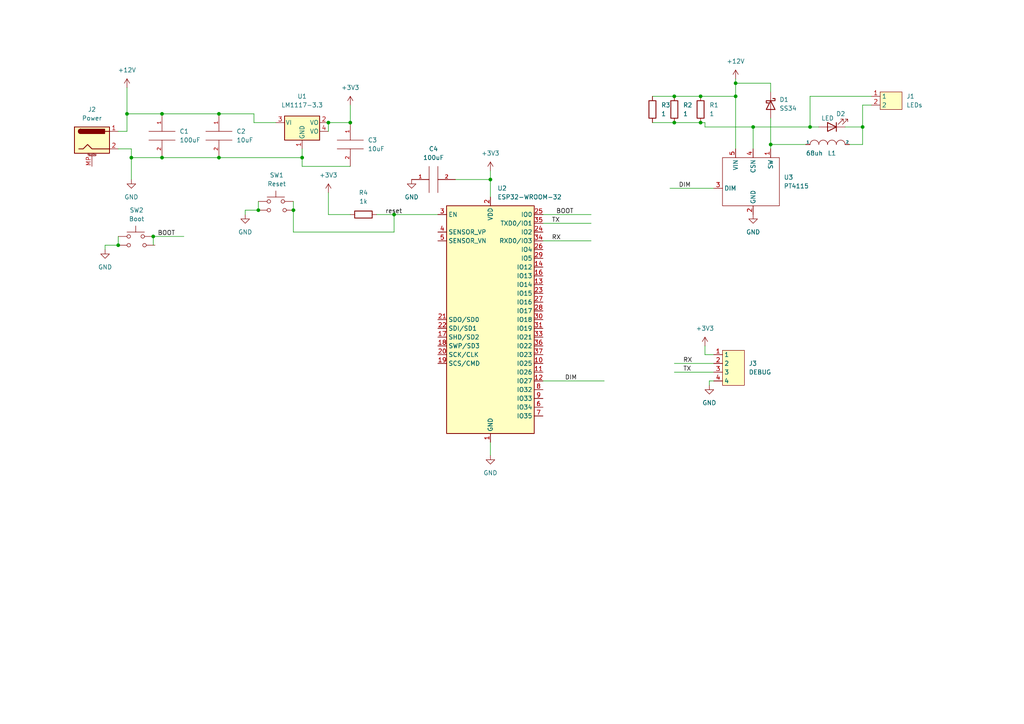
<source format=kicad_sch>
(kicad_sch (version 20211123) (generator eeschema)
  (paper "A4")
  (lib_symbols
    (symbol "Connector:Barrel_Jack_MountingPin" (pin_names hide)
      (property "Reference" "J" (at 0 5.334 0))
      (property "Value" "Barrel_Jack_MountingPin" (at 1.27 -6.35 0))
      (symbol "Barrel_Jack_MountingPin_0_1"
        (rectangle (start -5.08 3.81) (end 5.08 -3.81) (stroke (width 0.254)) (fill (type background)))
        (arc (start -3.302 3.175) (mid -3.937 2.54) (end -3.302 1.905) (stroke (width 0.254)))
        (arc (start -3.302 3.175) (mid -3.937 2.54) (end -3.302 1.905) (stroke (width 0.254)) (fill (type outline)))
        (polyline (pts (xy 5.08 2.54) (xy 3.81 2.54)) (stroke (width 0.254)))
        (polyline (pts (xy -3.81 -2.54) (xy -2.54 -2.54) (xy -1.27 -1.27) (xy 0 -2.54) (xy 2.54 -2.54) (xy 5.08 -2.54)) (stroke (width 0.254)))
        (rectangle (start 3.683 3.175) (end -3.302 1.905) (stroke (width 0.254)) (fill (type outline)))
      )
      (symbol "Barrel_Jack_MountingPin_1_1"
        (polyline (pts (xy -1.016 -4.572) (xy 1.016 -4.572)) (stroke (width 0.1524)))
        (text "Mounting" (at 0 -4.191 0) (effects (font (size 0.381 0.381))))
        (pin passive line (at 7.62 2.54 180) (length 2.54) (name "~") (number "1"))
        (pin passive line (at 7.62 -2.54 180) (length 2.54) (name "~") (number "2"))
        (pin passive line (at 0 -7.62 90) (length 3.048) (name "MountPin") (number "MP"))
      )
    )
    (symbol "Device:LED" (pin_numbers hide) (pin_names (offset 1.016) hide)
      (property "Reference" "D" (at 0 2.54 0))
      (property "Value" "LED" (at 0 -2.54 0))
      (symbol "LED_0_1"
        (polyline (pts (xy -1.27 -1.27) (xy -1.27 1.27)) (stroke (width 0.254)))
        (polyline (pts (xy -1.27 0) (xy 1.27 0)))
        (polyline (pts (xy 1.27 -1.27) (xy 1.27 1.27) (xy -1.27 0) (xy 1.27 -1.27)) (stroke (width 0.254)))
        (polyline (pts (xy -3.048 -0.762) (xy -4.572 -2.286) (xy -3.81 -2.286) (xy -4.572 -2.286) (xy -4.572 -1.524)))
        (polyline (pts (xy -1.778 -0.762) (xy -3.302 -2.286) (xy -2.54 -2.286) (xy -3.302 -2.286) (xy -3.302 -1.524)))
      )
      (symbol "LED_1_1"
        (pin passive line (at -3.81 0 0) (length 2.54) (name "K") (number "1"))
        (pin passive line (at 3.81 0 180) (length 2.54) (name "A") (number "2"))
      )
    )
    (symbol "Device:R" (pin_numbers hide) (pin_names (offset 0))
      (property "Reference" "R" (at 2.032 0 90))
      (property "Value" "R" (at 0 0 90))
      (symbol "R_0_1"
        (rectangle (start -1.016 -2.54) (end 1.016 2.54) (stroke (width 0.254)))
      )
      (symbol "R_1_1"
        (pin passive line (at 0 3.81 270) (length 1.27) (name "~") (number "1"))
        (pin passive line (at 0 -3.81 90) (length 1.27) (name "~") (number "2"))
      )
    )
    (symbol "RF_Module:ESP32-WROOM-32"
      (property "Reference" "U" (at -12.7 34.29 0))
      (property "Value" "ESP32-WROOM-32" (at 1.27 34.29 0))
      (symbol "ESP32-WROOM-32_0_1"
        (rectangle (start -12.7 33.02) (end 12.7 -33.02) (stroke (width 0.254)) (fill (type background)))
      )
      (symbol "ESP32-WROOM-32_1_1"
        (pin power_in line (at 0 -35.56 90) (length 2.54) (name "GND") (number "1"))
        (pin bidirectional line (at 15.24 -12.7 180) (length 2.54) (name "IO25") (number "10"))
        (pin bidirectional line (at 15.24 -15.24 180) (length 2.54) (name "IO26") (number "11"))
        (pin bidirectional line (at 15.24 -17.78 180) (length 2.54) (name "IO27") (number "12"))
        (pin bidirectional line (at 15.24 10.16 180) (length 2.54) (name "IO14") (number "13"))
        (pin bidirectional line (at 15.24 15.24 180) (length 2.54) (name "IO12") (number "14"))
        (pin passive line (at 0 -35.56 90) (length 2.54) hide (name "GND") (number "15"))
        (pin bidirectional line (at 15.24 12.7 180) (length 2.54) (name "IO13") (number "16"))
        (pin bidirectional line (at -15.24 -5.08 0) (length 2.54) (name "SHD/SD2") (number "17"))
        (pin bidirectional line (at -15.24 -7.62 0) (length 2.54) (name "SWP/SD3") (number "18"))
        (pin bidirectional line (at -15.24 -12.7 0) (length 2.54) (name "SCS/CMD") (number "19"))
        (pin power_in line (at 0 35.56 270) (length 2.54) (name "VDD") (number "2"))
        (pin bidirectional line (at -15.24 -10.16 0) (length 2.54) (name "SCK/CLK") (number "20"))
        (pin bidirectional line (at -15.24 0 0) (length 2.54) (name "SDO/SD0") (number "21"))
        (pin bidirectional line (at -15.24 -2.54 0) (length 2.54) (name "SDI/SD1") (number "22"))
        (pin bidirectional line (at 15.24 7.62 180) (length 2.54) (name "IO15") (number "23"))
        (pin bidirectional line (at 15.24 25.4 180) (length 2.54) (name "IO2") (number "24"))
        (pin bidirectional line (at 15.24 30.48 180) (length 2.54) (name "IO0") (number "25"))
        (pin bidirectional line (at 15.24 20.32 180) (length 2.54) (name "IO4") (number "26"))
        (pin bidirectional line (at 15.24 5.08 180) (length 2.54) (name "IO16") (number "27"))
        (pin bidirectional line (at 15.24 2.54 180) (length 2.54) (name "IO17") (number "28"))
        (pin bidirectional line (at 15.24 17.78 180) (length 2.54) (name "IO5") (number "29"))
        (pin input line (at -15.24 30.48 0) (length 2.54) (name "EN") (number "3"))
        (pin bidirectional line (at 15.24 0 180) (length 2.54) (name "IO18") (number "30"))
        (pin bidirectional line (at 15.24 -2.54 180) (length 2.54) (name "IO19") (number "31"))
        (pin no_connect line (at -12.7 -27.94 0) (length 2.54) hide (name "NC") (number "32"))
        (pin bidirectional line (at 15.24 -5.08 180) (length 2.54) (name "IO21") (number "33"))
        (pin bidirectional line (at 15.24 22.86 180) (length 2.54) (name "RXD0/IO3") (number "34"))
        (pin bidirectional line (at 15.24 27.94 180) (length 2.54) (name "TXD0/IO1") (number "35"))
        (pin bidirectional line (at 15.24 -7.62 180) (length 2.54) (name "IO22") (number "36"))
        (pin bidirectional line (at 15.24 -10.16 180) (length 2.54) (name "IO23") (number "37"))
        (pin passive line (at 0 -35.56 90) (length 2.54) hide (name "GND") (number "38"))
        (pin passive line (at 0 -35.56 90) (length 2.54) hide (name "GND") (number "39"))
        (pin input line (at -15.24 25.4 0) (length 2.54) (name "SENSOR_VP") (number "4"))
        (pin input line (at -15.24 22.86 0) (length 2.54) (name "SENSOR_VN") (number "5"))
        (pin input line (at 15.24 -25.4 180) (length 2.54) (name "IO34") (number "6"))
        (pin input line (at 15.24 -27.94 180) (length 2.54) (name "IO35") (number "7"))
        (pin bidirectional line (at 15.24 -20.32 180) (length 2.54) (name "IO32") (number "8"))
        (pin bidirectional line (at 15.24 -22.86 180) (length 2.54) (name "IO33") (number "9"))
      )
    )
    (symbol "custom:ButtonSMD" (pin_numbers hide) (pin_names (offset 1.016) hide)
      (property "Reference" "SW" (at 1.27 2.54 0))
      (property "Value" "ButtonSMD" (at 0 -1.524 0))
      (symbol "ButtonSMD_0_1"
        (circle (center -2.032 -2.54) (radius 0.508))
        (circle (center -2.032 0) (radius 0.508))
        (polyline (pts (xy 0 1.27) (xy 0 3.048)))
        (polyline (pts (xy 2.54 1.27) (xy -2.54 1.27)))
        (circle (center 2.032 0) (radius 0.508))
        (circle (center 2.54 -2.54) (radius 0.508))
        (pin passive line (at -5.08 0 0) (length 2.54) (name "1") (number "1"))
        (pin passive line (at 5.08 0 180) (length 2.54) (name "2") (number "2"))
        (pin passive line (at -5.08 -2.54 0) (length 2.54) (name "1") (number "3"))
        (pin passive line (at 5.588 -2.54 180) (length 2.54) (name "2") (number "4"))
      )
    )
    (symbol "custom:LM1117-3.3" (pin_names (offset 0.254))
      (property "Reference" "U2" (at 0 7.62 0))
      (property "Value" "LM1117-3.3" (at 0 5.08 0))
      (symbol "LM1117-3.3_0_0"
        (pin passive line (at 7.62 -2.54 180) (length 2.54) (name "VO") (number "4"))
      )
      (symbol "LM1117-3.3_0_1"
        (rectangle (start -5.08 -5.08) (end 5.08 1.905) (stroke (width 0.254)) (fill (type background)))
      )
      (symbol "LM1117-3.3_1_1"
        (pin power_in line (at 0 -7.62 90) (length 2.54) (name "GND") (number "1"))
        (pin power_out line (at 7.62 0 180) (length 2.54) (name "VO") (number "2"))
        (pin power_in line (at -7.62 0 0) (length 2.54) (name "VI") (number "3"))
      )
    )
    (symbol "custom:PT4115"
      (property "Reference" "U" (at 8.89 -1.27 0))
      (property "Value" "PT4115" (at 0 1.27 0))
      (symbol "PT4115_0_1"
        (rectangle (start -8.89 7.62) (end 7.62 -6.35))
      )
      (symbol "PT4115_1_1"
        (pin bidirectional line (at 5.08 10.16 270) (length 2.54) (name "SW") (number "1"))
        (pin input line (at 0 -8.89 90) (length 2.54) (name "GND") (number "2"))
        (pin input line (at -11.43 -1.27 0) (length 2.54) (name "DIM") (number "3"))
        (pin bidirectional line (at 0 10.16 270) (length 2.54) (name "CSN") (number "4"))
        (pin input line (at -5.08 10.16 270) (length 2.54) (name "VIN") (number "5"))
      )
    )
    (symbol "custom:SS34" (pin_numbers hide) (pin_names (offset 1.016) hide)
      (property "Reference" "D" (at 0 2.54 0))
      (property "Value" "SS34" (at 0 -2.54 0))
      (symbol "SS34_0_1"
        (polyline (pts (xy 1.27 0) (xy -1.27 0)))
        (polyline (pts (xy 1.27 1.27) (xy 1.27 -1.27) (xy -1.27 0) (xy 1.27 1.27)) (stroke (width 0.254)))
        (polyline (pts (xy -1.905 0.635) (xy -1.905 1.27) (xy -1.27 1.27) (xy -1.27 -1.27) (xy -0.635 -1.27) (xy -0.635 -0.635)) (stroke (width 0.254)))
      )
      (symbol "SS34_1_1"
        (pin passive line (at -3.81 0 0) (length 2.54) (name "K") (number "1"))
        (pin passive line (at 3.81 0 180) (length 2.54) (name "A") (number "2"))
      )
    )
    (symbol "custom:XH2-L"
      (property "Reference" "J" (at 1.27 7.62 0))
      (property "Value" "XH2-L" (at 0 0 0))
      (symbol "XH2-L_0_1"
        (rectangle (start 0 6.35) (end 6.35 1.27) (fill (type background)))
      )
      (symbol "XH2-L_1_1"
        (pin input line (at -2.54 5.08 0) (length 2.54) (name "1") (number "1"))
        (pin input line (at -2.54 2.54 0) (length 2.54) (name "2") (number "2"))
      )
    )
    (symbol "custom:XH4-V"
      (property "Reference" "J" (at 1.27 7.62 0))
      (property "Value" "XH4-V" (at 6.35 7.62 0))
      (symbol "XH4-V_0_1"
        (rectangle (start 0 6.35) (end 6.35 -3.81) (fill (type background)))
      )
      (symbol "XH4-V_1_1"
        (pin bidirectional line (at -2.54 5.08 0) (length 2.54) (name "1") (number "1"))
        (pin bidirectional line (at -2.54 2.54 0) (length 2.54) (name "2") (number "2"))
        (pin bidirectional line (at -2.54 0 0) (length 2.54) (name "3") (number "3"))
        (pin bidirectional line (at -2.54 -2.54 0) (length 2.54) (name "4") (number "4"))
      )
    )
    (symbol "power:+12V" (power) (pin_names (offset 0))
      (property "Value" "+12V" (at 0 3.556 0))
      (symbol "+12V_0_1"
        (polyline (pts (xy -0.762 1.27) (xy 0 2.54)))
        (polyline (pts (xy 0 0) (xy 0 2.54)))
        (polyline (pts (xy 0 2.54) (xy 0.762 1.27)))
      )
      (symbol "+12V_1_1"
        (pin power_in line (at 0 0 90) (length 0) hide (name "+12V") (number "1"))
      )
    )
    (symbol "power:+3.3V" (power) (pin_names (offset 0))
      (property "Value" "+3.3V" (at 0 3.556 0))
      (symbol "+3.3V_0_1"
        (polyline (pts (xy -0.762 1.27) (xy 0 2.54)))
        (polyline (pts (xy 0 0) (xy 0 2.54)))
        (polyline (pts (xy 0 2.54) (xy 0.762 1.27)))
      )
      (symbol "+3.3V_1_1"
        (pin power_in line (at 0 0 90) (length 0) hide (name "+3V3") (number "1"))
      )
    )
    (symbol "power:GND" (power) (pin_names (offset 0))
      (property "Value" "GND" (at 0 -3.81 0))
      (symbol "GND_0_1"
        (polyline (pts (xy 0 0) (xy 0 -1.27) (xy 1.27 -1.27) (xy 0 -2.54) (xy -1.27 -1.27) (xy 0 -1.27)))
      )
      (symbol "GND_1_1"
        (pin power_in line (at 0 0 270) (length 0) hide (name "GND") (number "1"))
      )
    )
    (symbol "pspice:CAP" (pin_names (offset 0.254))
      (property "Reference" "C" (at 2.54 3.81 90))
      (property "Value" "CAP" (at 2.54 -3.81 90))
      (symbol "CAP_0_1"
        (polyline (pts (xy -3.81 -1.27) (xy 3.81 -1.27)))
        (polyline (pts (xy -3.81 1.27) (xy 3.81 1.27)))
      )
      (symbol "CAP_1_1"
        (pin passive line (at 0 6.35 270) (length 5.08) (name "~") (number "1"))
        (pin passive line (at 0 -6.35 90) (length 5.08) (name "~") (number "2"))
      )
    )
    (symbol "pspice:INDUCTOR" (pin_numbers hide) (pin_names (offset 0))
      (property "Reference" "L" (at 0 2.54 0))
      (property "Value" "INDUCTOR" (at 0 -1.27 0))
      (symbol "INDUCTOR_0_1"
        (arc (start -2.54 0) (mid -3.81 1.27) (end -5.08 0))
        (arc (start 0 0) (mid -1.27 1.27) (end -2.54 0))
        (arc (start 2.54 0) (mid 1.27 1.27) (end 0 0))
        (arc (start 5.08 0) (mid 3.81 1.27) (end 2.54 0))
      )
      (symbol "INDUCTOR_1_1"
        (pin input line (at -6.35 0 0) (length 1.27) (name "1") (number "1"))
        (pin input line (at 6.35 0 180) (length 1.27) (name "2") (number "2"))
      )
    )
  )
  (junction (at 213.36 24.13))
  (junction (at 234.95 36.83))
  (junction (at 46.99 45.72))
  (junction (at 250.19 36.83))
  (junction (at 74.93 60.96))
  (junction (at 203.2 35.56))
  (junction (at 142.24 52.07))
  (junction (at 213.36 27.94))
  (junction (at 46.99 33.02))
  (junction (at 63.5 45.72))
  (junction (at 63.5 33.02))
  (junction (at 223.52 41.91))
  (junction (at 203.2 27.94))
  (junction (at 34.29 71.12))
  (junction (at 95.25 35.56))
  (junction (at 195.58 35.56))
  (junction (at 44.45 68.58))
  (junction (at 195.58 27.94))
  (junction (at 38.1 45.72))
  (junction (at 87.63 45.72))
  (junction (at 218.44 36.83))
  (junction (at 36.83 33.02))
  (junction (at 101.6 35.56))
  (junction (at 85.09 60.96))
  (junction (at 114.3 62.23))
  (wire (pts (xy 73.66 35.56) (xy 73.66 33.02)))
  (wire (pts (xy 95.25 55.88) (xy 95.25 62.23)))
  (wire (pts (xy 132.08 52.07) (xy 142.24 52.07)))
  (wire (pts (xy 213.36 24.13) (xy 223.52 24.13)))
  (wire (pts (xy 38.1 43.18) (xy 38.1 45.72)))
  (wire (pts (xy 34.29 38.1) (xy 36.83 38.1)))
  (wire (pts (xy 195.58 35.56) (xy 203.2 35.56)))
  (wire (pts (xy 223.52 41.91) (xy 233.68 41.91)))
  (wire (pts (xy 38.1 45.72) (xy 38.1 52.07)))
  (wire (pts (xy 218.44 36.83) (xy 218.44 43.18)))
  (wire (pts (xy 85.09 60.96) (xy 85.09 67.31)))
  (wire (pts (xy 250.19 36.83) (xy 250.19 41.91)))
  (wire (pts (xy 157.48 110.49) (xy 175.26 110.49)))
  (wire (pts (xy 87.63 48.26) (xy 87.63 45.72)))
  (wire (pts (xy 234.95 36.83) (xy 237.49 36.83)))
  (wire (pts (xy 34.29 71.12) (xy 30.48 71.12)))
  (wire (pts (xy 218.44 36.83) (xy 204.47 36.83)))
  (wire (pts (xy 205.74 110.49) (xy 205.74 111.76)))
  (wire (pts (xy 195.58 107.95) (xy 207.01 107.95)))
  (wire (pts (xy 223.52 26.67) (xy 223.52 24.13)))
  (wire (pts (xy 213.36 22.86) (xy 213.36 24.13)))
  (wire (pts (xy 80.01 35.56) (xy 73.66 35.56)))
  (wire (pts (xy 114.3 62.23) (xy 127 62.23)))
  (wire (pts (xy 250.19 41.91) (xy 246.38 41.91)))
  (wire (pts (xy 95.25 62.23) (xy 101.6 62.23)))
  (wire (pts (xy 142.24 128.27) (xy 142.24 132.08)))
  (wire (pts (xy 157.48 69.85) (xy 171.45 69.85)))
  (wire (pts (xy 101.6 48.26) (xy 87.63 48.26)))
  (wire (pts (xy 157.48 62.23) (xy 171.45 62.23)))
  (wire (pts (xy 71.12 62.23) (xy 71.12 60.96)))
  (wire (pts (xy 36.83 33.02) (xy 46.99 33.02)))
  (wire (pts (xy 44.45 68.58) (xy 44.45 71.12)))
  (wire (pts (xy 189.23 27.94) (xy 195.58 27.94)))
  (wire (pts (xy 46.99 33.02) (xy 63.5 33.02)))
  (wire (pts (xy 142.24 52.07) (xy 142.24 57.15)))
  (wire (pts (xy 204.47 102.87) (xy 204.47 100.33)))
  (wire (pts (xy 195.58 27.94) (xy 203.2 27.94)))
  (wire (pts (xy 30.48 71.12) (xy 30.48 72.39)))
  (wire (pts (xy 223.52 41.91) (xy 223.52 43.18)))
  (wire (pts (xy 36.83 38.1) (xy 36.83 33.02)))
  (wire (pts (xy 207.01 110.49) (xy 205.74 110.49)))
  (wire (pts (xy 234.95 27.94) (xy 234.95 36.83)))
  (wire (pts (xy 252.73 27.94) (xy 234.95 27.94)))
  (wire (pts (xy 34.29 68.58) (xy 34.29 71.12)))
  (wire (pts (xy 250.19 30.48) (xy 250.19 36.83)))
  (wire (pts (xy 101.6 30.48) (xy 101.6 35.56)))
  (wire (pts (xy 252.73 30.48) (xy 250.19 30.48)))
  (wire (pts (xy 95.25 35.56) (xy 95.25 38.1)))
  (wire (pts (xy 203.2 27.94) (xy 213.36 27.94)))
  (wire (pts (xy 34.29 43.18) (xy 38.1 43.18)))
  (wire (pts (xy 194.31 54.61) (xy 207.01 54.61)))
  (wire (pts (xy 85.09 58.42) (xy 85.09 60.96)))
  (wire (pts (xy 223.52 34.29) (xy 223.52 41.91)))
  (wire (pts (xy 204.47 36.83) (xy 204.47 35.56)))
  (wire (pts (xy 87.63 43.18) (xy 87.63 45.72)))
  (wire (pts (xy 85.09 60.96) (xy 85.598 60.96)))
  (wire (pts (xy 101.6 35.56) (xy 95.25 35.56)))
  (wire (pts (xy 85.09 67.31) (xy 114.3 67.31)))
  (wire (pts (xy 213.36 24.13) (xy 213.36 27.94)))
  (wire (pts (xy 195.58 105.41) (xy 207.01 105.41)))
  (wire (pts (xy 46.99 45.72) (xy 63.5 45.72)))
  (wire (pts (xy 245.11 36.83) (xy 250.19 36.83)))
  (wire (pts (xy 74.93 58.42) (xy 74.93 60.96)))
  (wire (pts (xy 207.01 102.87) (xy 204.47 102.87)))
  (wire (pts (xy 142.24 49.53) (xy 142.24 52.07)))
  (wire (pts (xy 157.48 64.77) (xy 171.45 64.77)))
  (wire (pts (xy 189.23 35.56) (xy 195.58 35.56)))
  (wire (pts (xy 218.44 36.83) (xy 234.95 36.83)))
  (wire (pts (xy 36.83 33.02) (xy 36.83 25.4)))
  (wire (pts (xy 203.2 35.56) (xy 204.47 35.56)))
  (wire (pts (xy 114.3 67.31) (xy 114.3 62.23)))
  (wire (pts (xy 109.22 62.23) (xy 114.3 62.23)))
  (wire (pts (xy 213.36 27.94) (xy 213.36 43.18)))
  (wire (pts (xy 44.45 68.58) (xy 53.34 68.58)))
  (wire (pts (xy 87.63 45.72) (xy 63.5 45.72)))
  (wire (pts (xy 38.1 45.72) (xy 46.99 45.72)))
  (wire (pts (xy 71.12 60.96) (xy 74.93 60.96)))
  (wire (pts (xy 73.66 33.02) (xy 63.5 33.02)))
  (label "TX" (at 198.12 107.95 0))
  (label "reset" (at 111.76 62.23 0))
  (label "TX" (at 160.02 64.77 0))
  (label "RX" (at 198.12 105.41 0))
  (label "RX" (at 160.02 69.85 0))
  (label "BOOT" (at 161.29 62.23 0))
  (label "DIM" (at 196.85 54.61 0))
  (label "BOOT" (at 45.72 68.58 0))
  (label "DIM" (at 163.83 110.49 0))
  (symbol (lib_id "custom:XH2-L") (at 255.27 33.02 0) (unit 1)
    (property "Reference" "J1" (at 262.89 27.9399 0) (effects (justify left)))
    (property "Value" "LEDs" (at 262.89 30.4799 0) (effects (justify left)))
    (property "Footprint" "custom:XH2-H" (effects hide))
  )
  (symbol (lib_id "power:+3.3V") (at 101.6 30.48 0) (unit 1)
    (property "Reference" "#PWR0106" (effects hide))
    (property "Value" "+3.3V" (at 101.6 25.4 0))
  )
  (symbol (lib_id "power:GND") (at 30.48 72.39 0) (unit 1)
    (property "Reference" "#PWR0103" (effects hide))
    (property "Value" "GND" (at 30.48 77.47 0))
  )
  (symbol (lib_id "pspice:CAP") (at 63.5 39.37 0) (unit 1)
    (property "Reference" "C2" (at 68.58 38.0999 0) (effects (justify left)))
    (property "Value" "10uF" (at 68.58 40.6399 0) (effects (justify left)))
    (property "Footprint" "Capacitor_SMD:C_0603_1608Metric_Pad1.08x0.95mm_HandSolder" (effects hide))
  )
  (symbol (lib_id "Device:R") (at 105.41 62.23 270) (unit 1)
    (property "Reference" "R4" (at 105.41 55.88 90))
    (property "Value" "1k" (at 105.41 58.42 90))
    (property "Footprint" "Resistor_SMD:R_0603_1608Metric_Pad0.98x0.95mm_HandSolder" (effects hide))
  )
  (symbol (lib_id "power:GND") (at 218.44 62.23 0) (unit 1)
    (property "Reference" "#PWR0105" (effects hide))
    (property "Value" "GND" (at 218.44 67.31 0))
  )
  (symbol (lib_id "Device:R") (at 189.23 31.75 0) (unit 1)
    (property "Reference" "R3" (at 191.77 30.4799 0) (effects (justify left)))
    (property "Value" "1" (at 191.77 33.0199 0) (effects (justify left)))
    (property "Footprint" "Resistor_SMD:R_0805_2012Metric_Pad1.20x1.40mm_HandSolder" (effects hide))
  )
  (symbol (lib_id "power:+12V") (at 213.36 22.86 0) (unit 1)
    (property "Reference" "#PWR0104" (effects hide))
    (property "Value" "+12V" (at 213.36 17.78 0))
  )
  (symbol (lib_id "Device:R") (at 203.2 31.75 0) (unit 1)
    (property "Reference" "R1" (at 205.74 30.48 0) (effects (justify left)))
    (property "Value" "1" (at 205.74 33.02 0) (effects (justify left)))
    (property "Footprint" "Resistor_SMD:R_0805_2012Metric_Pad1.20x1.40mm_HandSolder" (effects hide))
  )
  (symbol (lib_id "pspice:CAP") (at 125.73 52.07 90) (unit 1)
    (property "Reference" "C4" (at 125.73 43.18 90))
    (property "Value" "100uF" (at 125.73 45.72 90))
    (property "Footprint" "Capacitor_SMD:C_0603_1608Metric_Pad1.08x0.95mm_HandSolder" (effects hide))
  )
  (symbol (lib_id "custom:PT4115") (at 218.44 53.34 0) (unit 1)
    (property "Reference" "U3" (at 227.33 51.4349 0) (effects (justify left)))
    (property "Value" "PT4115" (at 227.33 53.9749 0) (effects (justify left)))
    (property "Footprint" "Package_TO_SOT_SMD:SOT-89-5_Handsoldering" (effects hide))
  )
  (symbol (lib_id "custom:LM1117-3.3") (at 87.63 35.56 0) (unit 1)
    (property "Reference" "U1" (at 87.63 27.94 0))
    (property "Value" "LM1117-3.3" (at 87.63 30.48 0))
    (property "Footprint" "Package_TO_SOT_SMD:SOT-223" (effects hide))
    (property "Datasheet" "http://www.ti.com/lit/ds/symlink/lm1117.pdf" (effects hide))
  )
  (symbol (lib_id "custom:ButtonSMD") (at 39.37 68.58 0) (unit 1)
    (property "Reference" "SW2" (at 39.624 60.96 0))
    (property "Value" "Boot" (at 39.624 63.5 0))
    (property "Footprint" "custom:ButtonSMD" (effects hide))
  )
  (symbol (lib_id "power:GND") (at 38.1 52.07 0) (unit 1)
    (property "Reference" "#PWR0101" (effects hide))
    (property "Value" "GND" (at 38.1 57.15 0))
  )
  (symbol (lib_id "custom:XH4-V") (at 209.55 107.95 0) (unit 1)
    (property "Reference" "J3" (at 217.17 105.4099 0) (effects (justify left)))
    (property "Value" "DEBUG" (at 217.17 107.9499 0) (effects (justify left)))
    (property "Footprint" "custom:XH4-V" (effects hide))
  )
  (symbol (lib_id "power:+3.3V") (at 142.24 49.53 0) (unit 1)
    (property "Reference" "#PWR0111" (effects hide))
    (property "Value" "+3.3V" (at 142.24 44.45 0))
  )
  (symbol (lib_id "power:GND") (at 142.24 132.08 0) (unit 1)
    (property "Reference" "#PWR0110" (effects hide))
    (property "Value" "GND" (at 142.24 137.16 0))
  )
  (symbol (lib_id "power:+3.3V") (at 95.25 55.88 0) (unit 1)
    (property "Reference" "#PWR0107" (effects hide))
    (property "Value" "+3.3V" (at 95.25 50.8 0))
  )
  (symbol (lib_id "power:+12V") (at 36.83 25.4 0) (unit 1)
    (property "Reference" "#PWR0102" (effects hide))
    (property "Value" "+12V" (at 36.83 20.32 0))
  )
  (symbol (lib_id "RF_Module:ESP32-WROOM-32") (at 142.24 92.71 0) (unit 1)
    (property "Reference" "U2" (at 144.2594 54.61 0) (effects (justify left)))
    (property "Value" "ESP32-WROOM-32" (at 144.2594 57.15 0) (effects (justify left)))
    (property "Footprint" "RF_Module:ESP32-WROOM-32" (effects hide))
    (property "Datasheet" "https://www.espressif.com/sites/default/files/documentation/esp32-wroom-32_datasheet_en.pdf" (effects hide))
  )
  (symbol (lib_id "pspice:CAP") (at 101.6 41.91 0) (unit 1)
    (property "Reference" "C3" (at 106.68 40.6399 0) (effects (justify left)))
    (property "Value" "10uF" (at 106.68 43.1799 0) (effects (justify left)))
    (property "Footprint" "Capacitor_SMD:C_0603_1608Metric_Pad1.08x0.95mm_HandSolder" (effects hide))
  )
  (symbol (lib_id "custom:ButtonSMD") (at 80.01 58.42 0) (unit 1)
    (property "Reference" "SW1" (at 80.264 50.8 0))
    (property "Value" "Reset" (at 80.264 53.34 0))
    (property "Footprint" "custom:ButtonSMD" (effects hide))
  )
  (symbol (lib_id "power:GND") (at 119.38 52.07 0) (unit 1)
    (property "Reference" "#PWR0109" (effects hide))
    (property "Value" "GND" (at 119.38 57.15 0))
  )
  (symbol (lib_id "custom:SS34") (at 223.52 30.48 270) (unit 1)
    (property "Reference" "D1" (at 226.06 28.8924 90) (effects (justify left)))
    (property "Value" "SS34" (at 226.06 31.4324 90) (effects (justify left)))
    (property "Footprint" "custom:SS34" (effects hide))
  )
  (symbol (lib_id "pspice:CAP") (at 46.99 39.37 0) (unit 1)
    (property "Reference" "C1" (at 52.07 38.0999 0) (effects (justify left)))
    (property "Value" "100uF" (at 52.07 40.6399 0) (effects (justify left)))
    (property "Footprint" "Capacitor_SMD:C_1210_3225Metric_Pad1.33x2.70mm_HandSolder" (effects hide))
  )
  (symbol (lib_id "Device:R") (at 195.58 31.75 0) (unit 1)
    (property "Reference" "R2" (at 198.12 30.4799 0) (effects (justify left)))
    (property "Value" "1" (at 198.12 33.0199 0) (effects (justify left)))
    (property "Footprint" "Resistor_SMD:R_0805_2012Metric_Pad1.20x1.40mm_HandSolder" (effects hide))
  )
  (symbol (lib_id "power:+3.3V") (at 204.47 100.33 0) (unit 1)
    (property "Reference" "#PWR0113" (effects hide))
    (property "Value" "+3.3V" (at 204.47 95.25 0))
  )
  (symbol (lib_id "Device:LED") (at 241.3 36.83 180) (unit 1) (in_bom no) (on_board no)
    (property "Reference" "D2" (at 243.84 33.02 0))
    (property "Value" "LED" (at 240.03 34.29 0))
  )
  (symbol (lib_id "power:GND") (at 205.74 111.76 0) (unit 1)
    (property "Reference" "#PWR0112" (effects hide))
    (property "Value" "GND" (at 205.74 116.84 0))
  )
  (symbol (lib_id "pspice:INDUCTOR") (at 240.03 41.91 0) (unit 1)
    (property "Reference" "L1" (at 241.3 44.45 0))
    (property "Value" "68uh" (at 236.22 44.45 0))
    (property "Footprint" "custom:RH127" (effects hide))
  )
  (symbol (lib_id "power:GND") (at 71.12 62.23 0) (unit 1)
    (property "Reference" "#PWR0108" (effects hide))
    (property "Value" "GND" (at 71.12 67.31 0))
  )
  (symbol (lib_id "Connector:Barrel_Jack_MountingPin") (at 26.67 40.64 0) (unit 1)
    (property "Reference" "J2" (at 26.67 31.75 0))
    (property "Value" "Power" (at 26.67 34.29 0))
    (property "Footprint" "Connector_PinHeader_2.54mm:PinHeader_1x02_P2.54mm_Vertical" (effects hide))
  )
)
</source>
